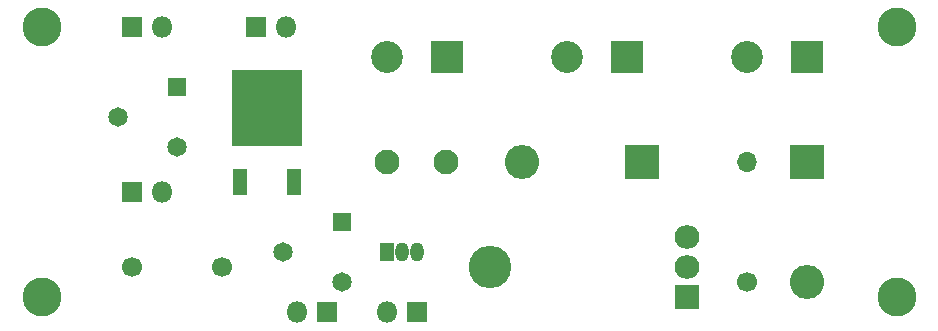
<source format=gbr>
%TF.GenerationSoftware,KiCad,Pcbnew,5.1.6*%
%TF.CreationDate,2020-11-07T14:35:20+00:00*%
%TF.ProjectId,SolarLights,536f6c61-724c-4696-9768-74732e6b6963,rev?*%
%TF.SameCoordinates,Original*%
%TF.FileFunction,Soldermask,Top*%
%TF.FilePolarity,Negative*%
%FSLAX46Y46*%
G04 Gerber Fmt 4.6, Leading zero omitted, Abs format (unit mm)*
G04 Created by KiCad (PCBNEW 5.1.6) date 2020-11-07 14:35:20*
%MOMM*%
%LPD*%
G01*
G04 APERTURE LIST*
%ADD10C,3.300000*%
%ADD11O,2.100000X2.005000*%
%ADD12R,2.100000X2.005000*%
%ADD13O,3.600000X3.600000*%
%ADD14O,1.800000X1.800000*%
%ADD15R,1.800000X1.800000*%
%ADD16R,5.900000X6.500000*%
%ADD17R,1.300000X2.300000*%
%ADD18C,1.650000*%
%ADD19R,1.650000X1.650000*%
%ADD20C,1.700000*%
%ADD21O,1.700000X1.700000*%
%ADD22R,1.150000X1.600000*%
%ADD23O,1.150000X1.600000*%
%ADD24C,2.700000*%
%ADD25R,2.700000X2.700000*%
%ADD26O,2.900000X2.900000*%
%ADD27R,2.900000X2.900000*%
%ADD28C,2.100000*%
G04 APERTURE END LIST*
D10*
%TO.C, *%
X210820000Y-22860000D03*
%TD*%
%TO.C, *%
X210820000Y-45720000D03*
%TD*%
%TO.C, *%
X138430000Y-45720000D03*
%TD*%
%TO.C, *%
X138430000Y-22860000D03*
%TD*%
D11*
%TO.C,Q2*%
X193040000Y-40640000D03*
X193040000Y-43180000D03*
D12*
X193040000Y-45720000D03*
D13*
X176380000Y-43180000D03*
%TD*%
D14*
%TO.C,PV-control*%
X167640000Y-46990000D03*
D15*
X170180000Y-46990000D03*
%TD*%
D14*
%TO.C,F-Diode-Control*%
X160020000Y-46990000D03*
D15*
X162560000Y-46990000D03*
%TD*%
D16*
%TO.C,LM317*%
X157480000Y-29650000D03*
D17*
X159760000Y-35950000D03*
X155200000Y-35950000D03*
%TD*%
D18*
%TO.C,RV2*%
X158830000Y-41870000D03*
D19*
X163830000Y-39370000D03*
D18*
X163830000Y-44370000D03*
%TD*%
%TO.C,RV1*%
X144860000Y-30440000D03*
D19*
X149860000Y-27940000D03*
D18*
X149860000Y-32940000D03*
%TD*%
D20*
%TO.C,R2*%
X146070000Y-43180000D03*
X153670000Y-43180000D03*
%TD*%
D21*
%TO.C,R1*%
X198120000Y-34290000D03*
D20*
X198120000Y-44450000D03*
%TD*%
D22*
%TO.C,Q1*%
X167640000Y-41910000D03*
D23*
X170180000Y-41910000D03*
X168910000Y-41910000D03*
%TD*%
D24*
%TO.C,- Led +*%
X198120000Y-25400000D03*
D25*
X203200000Y-25400000D03*
%TD*%
D24*
%TO.C,-  Batt +*%
X182880000Y-25400000D03*
D25*
X187960000Y-25400000D03*
%TD*%
D14*
%TO.C,Use DC>DC*%
X148590000Y-36830000D03*
D15*
X146050000Y-36830000D03*
%TD*%
D14*
%TO.C,-*%
X159130000Y-22860000D03*
D15*
X156590000Y-22860000D03*
%TD*%
D14*
%TO.C,+*%
X148590000Y-22860000D03*
D15*
X146050000Y-22860000D03*
%TD*%
D24*
%TO.C,Capacitor*%
X167640000Y-25400000D03*
D25*
X172720000Y-25400000D03*
%TD*%
D26*
%TO.C,Zener offset diode*%
X203200000Y-44450000D03*
D27*
X203200000Y-34290000D03*
%TD*%
D26*
%TO.C,Protection Diode*%
X179070000Y-34290000D03*
D27*
X189230000Y-34290000D03*
%TD*%
D28*
%TO.C,+ Solar  -*%
X172640000Y-34290000D03*
X167640000Y-34290000D03*
%TD*%
M02*

</source>
